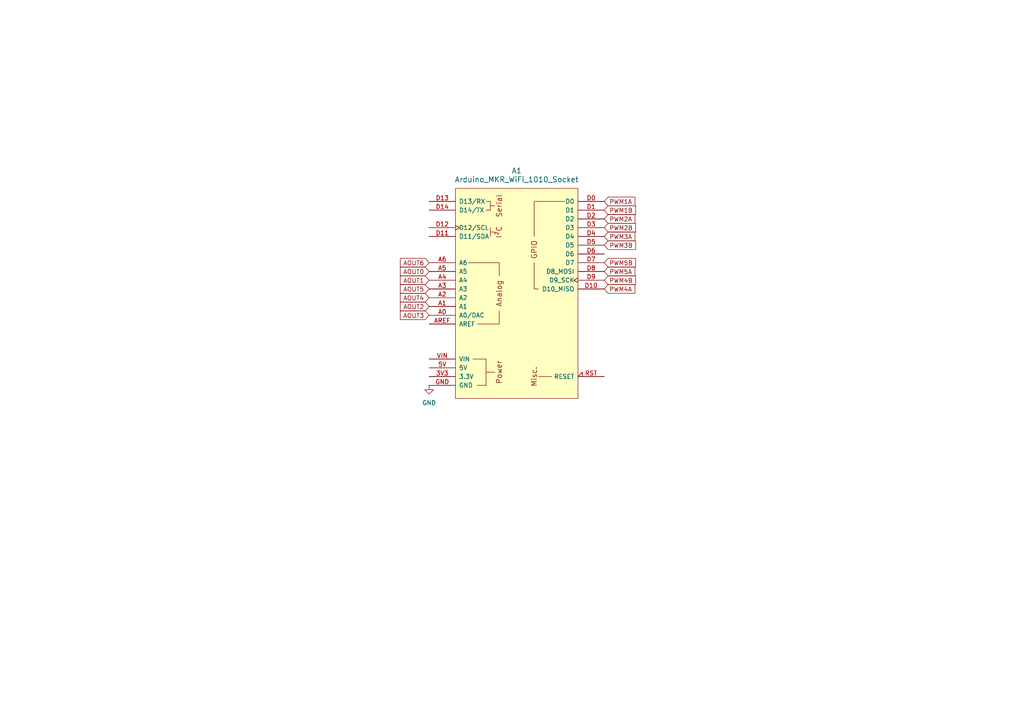
<source format=kicad_sch>
(kicad_sch (version 20231120) (generator "eeschema") (generator_version "8.0")
  (paper "A4")
  (lib_symbols
    (symbol "arduino-library:Arduino_MKR_WiFi_1010_Socket" (pin_names (offset 1.016))
      (property "Reference" "A" (at 0 36.83 0))
      (property "Value" "Arduino_MKR_WiFi_1010_Socket" (at 0 33.02 0))
      (symbol "Arduino_MKR_WiFi_1010_Socket_0_0"
        (rectangle (start -17.78 30.48) (end 17.78 -30.48) (fill (type background)))
        (rectangle (start -12.7 -19.05) (end -8.89 -19.05))
        (rectangle (start -11.43 -26.67) (end -8.89 -26.67))
        (rectangle (start -8.89 -22.86) (end -6.35 -22.86))
        (polyline (pts (xy -8.89 -19.05) (xy -8.89 -26.67)))
        (polyline (pts (xy -7.62 25.4) (xy -6.35 25.4)))
        (polyline (pts (xy -5.08 -5.08) (xy -5.08 -8.89) (xy -11.43 -8.89)))
        (polyline (pts (xy -5.08 5.08) (xy -5.08 8.89) (xy -13.97 8.89)))
        (polyline (pts (xy 5.08 8.89) (xy 5.08 1.27) (xy 6.35 1.27)))
        (polyline (pts (xy 5.08 16.51) (xy 5.08 26.67) (xy 13.97 26.67)))
        (polyline (pts (xy -8.89 26.67) (xy -7.62 26.67) (xy -7.62 24.13) (xy -8.89 24.13)))
        (rectangle (start 6.35 -24.13) (end 10.16 -24.13))
        (text "Analog" (at -5.08 0 900) (effects (font (size 1.524 1.524))))
        (text "I²C" (at -5.08 17.78 900) (effects (font (size 1.524 1.524))))
        (text "Misc." (at 5.08 -24.13 900) (effects (font (size 1.524 1.524))))
        (text "Power" (at -5.08 -22.86 900) (effects (font (size 1.524 1.524))))
        (text "Serial" (at -5.08 25.4 900) (effects (font (size 1.524 1.524))))
      )
      (symbol "Arduino_MKR_WiFi_1010_Socket_0_1"
        (polyline (pts (xy -7.62 16.51) (xy -7.62 19.05)))
        (polyline (pts (xy -7.62 17.78) (xy -6.35 17.78)))
      )
      (symbol "Arduino_MKR_WiFi_1010_Socket_1_0"
        (text "GPIO" (at 5.08 12.7 900) (effects (font (size 1.524 1.524))))
      )
      (symbol "Arduino_MKR_WiFi_1010_Socket_1_1"
        (pin power_out line (at -25.4 -24.13 0) (length 7.62) (name "3.3V") (number "3V3"))
        (pin power_in line (at -25.4 -21.59 0) (length 7.62) (name "5V") (number "5V"))
        (pin bidirectional line (at -25.4 -6.35 0) (length 7.62) (name "A0/DAC") (number "A0"))
        (pin bidirectional line (at -25.4 -3.81 0) (length 7.62) (name "A1") (number "A1"))
        (pin bidirectional line (at -25.4 -1.27 0) (length 7.62) (name "A2") (number "A2"))
        (pin bidirectional line (at -25.4 1.27 0) (length 7.62) (name "A3") (number "A3"))
        (pin bidirectional line (at -25.4 3.81 0) (length 7.62) (name "A4") (number "A4"))
        (pin bidirectional line (at -25.4 6.35 0) (length 7.62) (name "A5") (number "A5"))
        (pin bidirectional line (at -25.4 8.89 0) (length 7.62) (name "A6") (number "A6"))
        (pin input line (at -25.4 -8.89 0) (length 7.62) (name "AREF") (number "AREF"))
        (pin bidirectional line (at 25.4 26.67 180) (length 7.62) (name "D0") (number "D0"))
        (pin bidirectional line (at 25.4 24.13 180) (length 7.62) (name "D1") (number "D1"))
        (pin bidirectional line (at 25.4 1.27 180) (length 7.62) (name "D10_MISO") (number "D10"))
        (pin bidirectional line (at -25.4 16.51 0) (length 7.62) (name "D11/SDA") (number "D11"))
        (pin bidirectional clock (at -25.4 19.05 0) (length 7.62) (name "D12/SCL") (number "D12"))
        (pin bidirectional line (at -25.4 26.67 0) (length 7.62) (name "D13/RX") (number "D13"))
        (pin bidirectional line (at -25.4 24.13 0) (length 7.62) (name "D14/TX") (number "D14"))
        (pin bidirectional line (at 25.4 21.59 180) (length 7.62) (name "D2") (number "D2"))
        (pin bidirectional line (at 25.4 19.05 180) (length 7.62) (name "D3") (number "D3"))
        (pin bidirectional line (at 25.4 16.51 180) (length 7.62) (name "D4") (number "D4"))
        (pin bidirectional line (at 25.4 13.97 180) (length 7.62) (name "D5") (number "D5"))
        (pin bidirectional line (at 25.4 11.43 180) (length 7.62) (name "D6") (number "D6"))
        (pin bidirectional line (at 25.4 8.89 180) (length 7.62) (name "D7") (number "D7"))
        (pin bidirectional line (at 25.4 6.35 180) (length 7.62) (name "D8_MOSI") (number "D8"))
        (pin bidirectional clock (at 25.4 3.81 180) (length 7.62) (name "D9_SCK") (number "D9"))
        (pin power_in line (at -25.4 -26.67 0) (length 7.62) (name "GND") (number "GND"))
        (pin open_collector input_low (at 25.4 -24.13 180) (length 7.62) (name "RESET") (number "RST"))
        (pin power_in line (at -25.4 -19.05 0) (length 7.62) (name "VIN") (number "VIN"))
      )
    )
    (symbol "power:GND" (power) (pin_numbers hide) (pin_names (offset 0) hide)
      (property "Value" "GND" (at 0 -3.81 0))
      (symbol "GND_0_1"
        (polyline (pts (xy 0 0) (xy 0 -1.27) (xy 1.27 -1.27) (xy 0 -2.54) (xy -1.27 -1.27) (xy 0 -1.27)))
      )
      (symbol "GND_1_1"
        (pin power_in line (at 0 0 270) (length 0) (name "~") (number "1"))
      )
    )
  )
  (global_label "PWM2B" (shape input) (at 175.26 66.04 0) (property "Intersheetrefs" "${INTERSHEET_REFS}" (effects (hide yes))))
  (global_label "PWM5A" (shape input) (at 175.26 78.74 0) (property "Intersheetrefs" "${INTERSHEET_REFS}" (effects (hide yes))))
  (global_label "PWM3B" (shape input) (at 175.26 71.12 0) (property "Intersheetrefs" "${INTERSHEET_REFS}" (effects (hide yes))))
  (global_label "AOUT0" (shape input) (at 124.46 78.74 180) (property "Intersheetrefs" "${INTERSHEET_REFS}" (effects (hide yes))))
  (global_label "PWM4A" (shape input) (at 175.26 83.82 0) (property "Intersheetrefs" "${INTERSHEET_REFS}" (effects (hide yes))))
  (global_label "AOUT2" (shape input) (at 124.46 88.9 180) (property "Intersheetrefs" "${INTERSHEET_REFS}" (effects (hide yes))))
  (global_label "AOUT1" (shape input) (at 124.46 81.28 180) (property "Intersheetrefs" "${INTERSHEET_REFS}" (effects (hide yes))))
  (global_label "PWM2A" (shape input) (at 175.26 63.5 0) (property "Intersheetrefs" "${INTERSHEET_REFS}" (effects (hide yes))))
  (global_label "AOUT5" (shape input) (at 124.46 83.82 180) (property "Intersheetrefs" "${INTERSHEET_REFS}" (effects (hide yes))))
  (global_label "PWM5B" (shape input) (at 175.26 76.2 0) (property "Intersheetrefs" "${INTERSHEET_REFS}" (effects (hide yes))))
  (global_label "AOUT3" (shape input) (at 124.46 91.44 180) (property "Intersheetrefs" "${INTERSHEET_REFS}" (effects (hide yes))))
  (global_label "PWM3A" (shape input) (at 175.26 68.58 0) (property "Intersheetrefs" "${INTERSHEET_REFS}" (effects (hide yes))))
  (global_label "PWM1B" (shape input) (at 175.26 60.96 0) (property "Intersheetrefs" "${INTERSHEET_REFS}" (effects (hide yes))))
  (global_label "AOUT6" (shape input) (at 124.46 76.2 180) (property "Intersheetrefs" "${INTERSHEET_REFS}" (effects (hide yes))))
  (global_label "PWM1A" (shape input) (at 175.26 58.42 0) (property "Intersheetrefs" "${INTERSHEET_REFS}" (effects (hide yes))))
  (global_label "AOUT4" (shape input) (at 124.46 86.36 180) (property "Intersheetrefs" "${INTERSHEET_REFS}" (effects (hide yes))))
  (global_label "PWM4B" (shape input) (at 175.26 81.28 0) (property "Intersheetrefs" "${INTERSHEET_REFS}" (effects (hide yes))))
  (symbol (lib_id "power:GND") (at 124.46 111.76 0) (unit 1)
    (property "Reference" "#PWR084" (effects (hide yes)))
    (property "Value" "GND" (at 124.46 116.84 0))
    (property "Description" "Power symbol creates a global label with name \"GND\" , ground" (effects (hide yes)))
  )
  (symbol (lib_id "arduino-library:Arduino_MKR_WiFi_1010_Socket") (at 149.86 85.09 0) (unit 1)
    (property "Reference" "A1" (at 149.86 49.53 0) (effects (font (size 1.524 1.524))))
    (property "Value" "Arduino_MKR_WiFi_1010_Socket" (at 149.86 52.07 0) (effects (font (size 1.524 1.524))))
    (property "Footprint" "arduino-library:Arduino_MKR_WiFi_1010_Socket" (effects (hide yes)))
    (property "Datasheet" "https://docs.arduino.cc/hardware/mkr-wifi-1010" (effects (hide yes)))
    (property "Description" "Socket for Arduino MKR WiFi 1010" (effects (hide yes)))
  )
)
</source>
